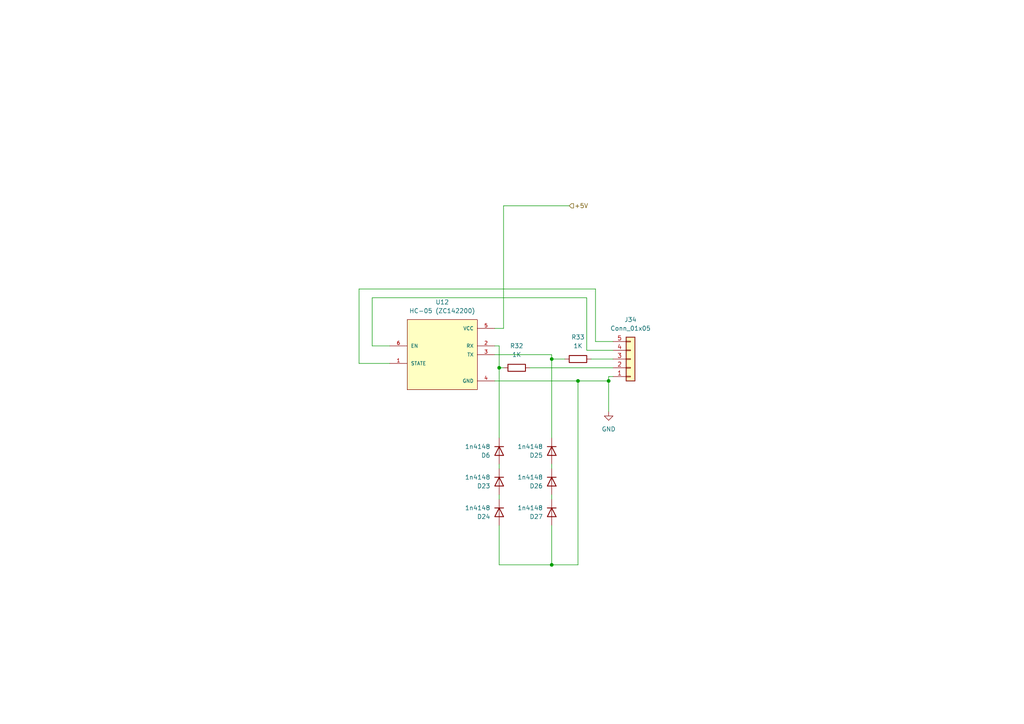
<source format=kicad_sch>
(kicad_sch (version 20211123) (generator eeschema)
  (paper "A4")
  (lib_symbols
    (symbol "Connector_Generic:Conn_01x05" (pin_names (offset 1.016) hide)
      (property "Reference" "J" (at 0 7.62 0))
      (property "Value" "Conn_01x05" (at 0 -7.62 0))
      (symbol "Conn_01x05_1_1"
        (rectangle (start -1.27 -4.953) (end 0 -5.207) (stroke (width 0.1524)))
        (rectangle (start -1.27 -2.413) (end 0 -2.667) (stroke (width 0.1524)))
        (rectangle (start -1.27 0.127) (end 0 -0.127) (stroke (width 0.1524)))
        (rectangle (start -1.27 2.667) (end 0 2.413) (stroke (width 0.1524)))
        (rectangle (start -1.27 5.207) (end 0 4.953) (stroke (width 0.1524)))
        (rectangle (start -1.27 6.35) (end 1.27 -6.35) (stroke (width 0.254)) (fill (type background)))
        (pin passive line (at -5.08 5.08 0) (length 3.81) (name "Pin_1") (number "1"))
        (pin passive line (at -5.08 2.54 0) (length 3.81) (name "Pin_2") (number "2"))
        (pin passive line (at -5.08 0 0) (length 3.81) (name "Pin_3") (number "3"))
        (pin passive line (at -5.08 -2.54 0) (length 3.81) (name "Pin_4") (number "4"))
        (pin passive line (at -5.08 -5.08 0) (length 3.81) (name "Pin_5") (number "5"))
      )
    )
    (symbol "Device:D" (pin_numbers hide) (pin_names (offset 1.016) hide)
      (property "Reference" "D" (at 0 2.54 0))
      (property "Value" "D" (at 0 -2.54 0))
      (symbol "D_0_1"
        (polyline (pts (xy -1.27 1.27) (xy -1.27 -1.27)) (stroke (width 0.254)))
        (polyline (pts (xy 1.27 0) (xy -1.27 0)))
        (polyline (pts (xy 1.27 1.27) (xy 1.27 -1.27) (xy -1.27 0) (xy 1.27 1.27)) (stroke (width 0.254)))
      )
      (symbol "D_1_1"
        (pin passive line (at -3.81 0 0) (length 2.54) (name "K") (number "1"))
        (pin passive line (at 3.81 0 180) (length 2.54) (name "A") (number "2"))
      )
    )
    (symbol "Device:R" (pin_numbers hide) (pin_names (offset 0))
      (property "Reference" "R" (at 2.032 0 90))
      (property "Value" "R" (at 0 0 90))
      (symbol "R_0_1"
        (rectangle (start -1.016 -2.54) (end 1.016 2.54) (stroke (width 0.254)))
      )
      (symbol "R_1_1"
        (pin passive line (at 0 3.81 270) (length 1.27) (name "~") (number "1"))
        (pin passive line (at 0 -3.81 90) (length 1.27) (name "~") (number "2"))
      )
    )
    (symbol "GND_1" (power) (pin_names (offset 0))
      (property "Value" "GND_1" (at 0 -3.81 0))
      (symbol "GND_1_0_1"
        (polyline (pts (xy 0 0) (xy 0 -1.27) (xy 1.27 -1.27) (xy 0 -2.54) (xy -1.27 -1.27) (xy 0 -1.27)))
      )
      (symbol "GND_1_1_1"
        (pin power_in line (at 0 0 270) (length 0) hide (name "GND") (number "1"))
      )
    )
    (symbol "RF_Module:HC-05 (ZC142200)" (pin_names (offset 1.016))
      (property "Reference" "U" (at -10.16 10.922 0))
      (property "Value" "HC-05 (ZC142200)" (at -10.16 -12.7 0))
      (symbol "HC-05 (ZC142200)_0_0"
        (rectangle (start -10.16 -10.16) (end 10.16 10.16) (stroke (width 0.1524)) (fill (type background)))
        (pin input line (at -15.24 -2.54 0) (length 5.08) (name "STATE") (number "1"))
        (pin input line (at 15.24 2.54 180) (length 5.08) (name "RX") (number "2"))
        (pin output line (at 15.24 0 180) (length 5.08) (name "TX") (number "3"))
        (pin power_in line (at 15.24 -7.62 180) (length 5.08) (name "GND") (number "4"))
        (pin power_in line (at 15.24 7.62 180) (length 5.08) (name "VCC") (number "5"))
        (pin input line (at -15.24 2.54 0) (length 5.08) (name "EN") (number "6"))
      )
    )
  )
  (junction (at 160.02 104.14))
  (junction (at 144.78 106.68))
  (junction (at 167.64 110.49))
  (junction (at 160.02 163.83))
  (junction (at 176.53 110.49))
  (wire (pts (xy 165.1 59.69) (xy 146.05 59.69)))
  (wire (pts (xy 160.02 104.14) (xy 163.83 104.14)))
  (wire (pts (xy 170.18 86.36) (xy 170.18 101.6)))
  (wire (pts (xy 143.51 110.49) (xy 167.64 110.49)))
  (wire (pts (xy 144.78 134.62) (xy 144.78 135.89)))
  (wire (pts (xy 176.53 109.22) (xy 176.53 110.49)))
  (wire (pts (xy 113.03 100.33) (xy 107.95 100.33)))
  (wire (pts (xy 172.72 83.82) (xy 172.72 99.06)))
  (wire (pts (xy 144.78 106.68) (xy 144.78 100.33)))
  (wire (pts (xy 104.14 83.82) (xy 172.72 83.82)))
  (wire (pts (xy 177.8 106.68) (xy 153.67 106.68)))
  (wire (pts (xy 144.78 152.4) (xy 144.78 163.83)))
  (wire (pts (xy 160.02 134.62) (xy 160.02 135.89)))
  (wire (pts (xy 113.03 105.41) (xy 104.14 105.41)))
  (wire (pts (xy 172.72 99.06) (xy 177.8 99.06)))
  (wire (pts (xy 167.64 110.49) (xy 167.64 163.83)))
  (wire (pts (xy 160.02 163.83) (xy 167.64 163.83)))
  (wire (pts (xy 144.78 163.83) (xy 160.02 163.83)))
  (wire (pts (xy 144.78 100.33) (xy 143.51 100.33)))
  (wire (pts (xy 104.14 105.41) (xy 104.14 83.82)))
  (wire (pts (xy 160.02 143.51) (xy 160.02 144.78)))
  (wire (pts (xy 176.53 109.22) (xy 177.8 109.22)))
  (wire (pts (xy 143.51 102.87) (xy 160.02 102.87)))
  (wire (pts (xy 143.51 95.25) (xy 146.05 95.25)))
  (wire (pts (xy 160.02 104.14) (xy 160.02 127)))
  (wire (pts (xy 107.95 100.33) (xy 107.95 86.36)))
  (wire (pts (xy 160.02 152.4) (xy 160.02 163.83)))
  (wire (pts (xy 144.78 106.68) (xy 144.78 127)))
  (wire (pts (xy 171.45 104.14) (xy 177.8 104.14)))
  (wire (pts (xy 176.53 110.49) (xy 176.53 119.38)))
  (wire (pts (xy 146.05 106.68) (xy 144.78 106.68)))
  (wire (pts (xy 170.18 101.6) (xy 177.8 101.6)))
  (wire (pts (xy 107.95 86.36) (xy 170.18 86.36)))
  (wire (pts (xy 160.02 102.87) (xy 160.02 104.14)))
  (wire (pts (xy 144.78 143.51) (xy 144.78 144.78)))
  (wire (pts (xy 167.64 110.49) (xy 176.53 110.49)))
  (wire (pts (xy 146.05 59.69) (xy 146.05 95.25)))
  (hierarchical_label "+5V" (shape input) (at 165.1 59.69 0))
  (symbol (lib_id "Device:R") (at 167.64 104.14 90) (unit 1)
    (property "Reference" "R33" (at 167.64 97.79 90))
    (property "Value" "1K" (at 167.64 100.33 90))
    (property "Footprint" "Resistor_THT:R_Axial_DIN0207_L6.3mm_D2.5mm_P10.16mm_Horizontal" (effects hide))
  )
  (symbol (lib_id "Device:D") (at 144.78 139.7 270) (unit 1)
    (property "Reference" "D23" (at 142.24 140.9701 90) (effects (justify right)))
    (property "Value" "1n4148" (at 142.24 138.4301 90) (effects (justify right)))
    (property "Footprint" "Diode_THT:D_A-405_P10.16mm_Horizontal" (effects hide))
  )
  (symbol (lib_id "Device:D") (at 160.02 148.59 270) (unit 1)
    (property "Reference" "D27" (at 157.48 149.8601 90) (effects (justify right)))
    (property "Value" "1n4148" (at 157.48 147.3201 90) (effects (justify right)))
    (property "Footprint" "Diode_THT:D_A-405_P10.16mm_Horizontal" (effects hide))
  )
  (symbol (lib_id "Device:D") (at 144.78 130.81 270) (unit 1)
    (property "Reference" "D6" (at 142.24 132.0801 90) (effects (justify right)))
    (property "Value" "1n4148" (at 142.24 129.5401 90) (effects (justify right)))
    (property "Footprint" "Diode_THT:D_A-405_P10.16mm_Horizontal" (effects hide))
  )
  (symbol (lib_name "GND_1") (lib_id "power:GND") (at 176.53 119.38 0) (unit 1)
    (property "Reference" "#PWR0112" (effects hide))
    (property "Value" "GND" (at 176.53 124.46 0))
  )
  (symbol (lib_id "Connector_Generic:Conn_01x05") (at 182.88 104.14 0) (mirror x) (unit 1)
    (property "Reference" "J34" (at 182.88 92.71 0))
    (property "Value" "Conn_01x05" (at 182.88 95.25 0))
    (property "Footprint" "Connector_PinHeader_2.54mm:PinHeader_1x05_P2.54mm_Vertical" (effects hide))
  )
  (symbol (lib_id "Device:D") (at 160.02 139.7 270) (unit 1)
    (property "Reference" "D26" (at 157.48 140.9701 90) (effects (justify right)))
    (property "Value" "1n4148" (at 157.48 138.4301 90) (effects (justify right)))
    (property "Footprint" "Diode_THT:D_A-405_P10.16mm_Horizontal" (effects hide))
  )
  (symbol (lib_id "RF_Module:HC-05 (ZC142200)") (at 128.27 102.87 0) (unit 1)
    (property "Reference" "U12" (at 128.27 87.63 0))
    (property "Value" "HC-05 (ZC142200)" (at 128.27 90.17 0))
    (property "Footprint" "RF_Module:HC-05 Module Horizontal (ZC14200)" (effects hide))
    (property "STANDARD" "Manufacturer Recommendations" (effects hide))
    (property "MAXIMUM_PACKAGE_HEIGHT" "37.5mm" (effects hide))
    (property "MANUFACTURER" "YKS" (effects hide))
    (property "PARTREV" "N/A" (effects hide))
  )
  (symbol (lib_id "Device:D") (at 144.78 148.59 270) (unit 1)
    (property "Reference" "D24" (at 142.24 149.8601 90) (effects (justify right)))
    (property "Value" "1n4148" (at 142.24 147.3201 90) (effects (justify right)))
    (property "Footprint" "Diode_THT:D_A-405_P10.16mm_Horizontal" (effects hide))
  )
  (symbol (lib_id "Device:R") (at 149.86 106.68 90) (unit 1)
    (property "Reference" "R32" (at 149.86 100.33 90))
    (property "Value" "1K" (at 149.86 102.87 90))
    (property "Footprint" "Resistor_THT:R_Axial_DIN0207_L6.3mm_D2.5mm_P10.16mm_Horizontal" (effects hide))
  )
  (symbol (lib_id "Device:D") (at 160.02 130.81 270) (unit 1)
    (property "Reference" "D25" (at 157.48 132.0801 90) (effects (justify right)))
    (property "Value" "1n4148" (at 157.48 129.5401 90) (effects (justify right)))
    (property "Footprint" "Diode_THT:D_A-405_P10.16mm_Horizontal" (effects hide))
  )
)
</source>
